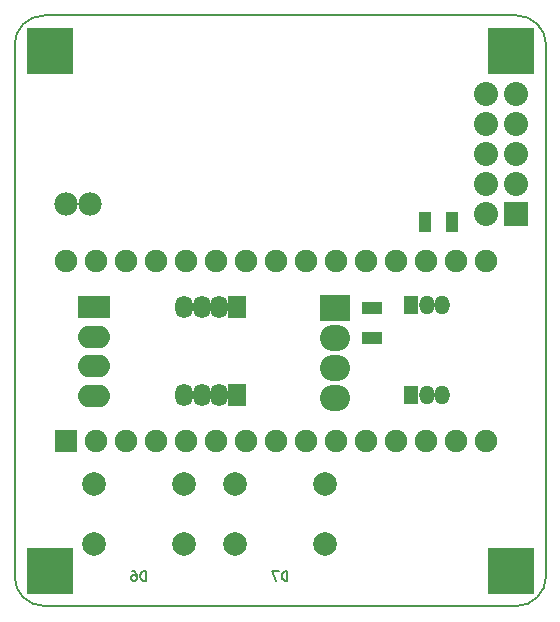
<source format=gbs>
%FSLAX34Y34*%
G04 Gerber Fmt 3.4, Leading zero omitted, Abs format*
G04 (created by PCBNEW (2014-03-19 BZR 4756)-product) date Mon 30 Jun 2014 23:27:21 BST*
%MOIN*%
G01*
G70*
G90*
G04 APERTURE LIST*
%ADD10C,0.005906*%
%ADD11C,0.007900*%
%ADD12C,0.007874*%
%ADD13C,0.075000*%
%ADD14R,0.075000X0.075000*%
%ADD15R,0.100000X0.088000*%
%ADD16O,0.100000X0.088000*%
%ADD17R,0.035700X0.043600*%
%ADD18R,0.080000X0.080000*%
%ADD19C,0.080000*%
%ADD20C,0.078300*%
%ADD21O,0.106614X0.075118*%
%ADD22R,0.106614X0.075118*%
%ADD23O,0.051496X0.063307*%
%ADD24R,0.051496X0.063307*%
%ADD25O,0.059370X0.075118*%
%ADD26R,0.059370X0.075118*%
%ADD27C,0.079055*%
%ADD28R,0.153900X0.153900*%
%ADD29R,0.043600X0.035700*%
G04 APERTURE END LIST*
G54D10*
G54D11*
X66712Y-41712D02*
G75*
G03X67696Y-42696I984J0D01*
G74*
G01*
X83444Y-42696D02*
G75*
G03X84429Y-41712I0J984D01*
G74*
G01*
X84429Y-23996D02*
G75*
G03X83444Y-23011I-984J0D01*
G74*
G01*
X67696Y-23011D02*
G75*
G03X66712Y-23996I0J-984D01*
G74*
G01*
X66712Y-41712D02*
X66712Y-23996D01*
X83444Y-42696D02*
X67696Y-42696D01*
X83444Y-23011D02*
X67696Y-23011D01*
X84429Y-41712D02*
X84429Y-23996D01*
G54D12*
X71078Y-41855D02*
X71078Y-41540D01*
X71003Y-41540D01*
X70958Y-41555D01*
X70928Y-41585D01*
X70913Y-41615D01*
X70898Y-41675D01*
X70898Y-41720D01*
X70913Y-41780D01*
X70928Y-41810D01*
X70958Y-41840D01*
X71003Y-41855D01*
X71078Y-41855D01*
X70628Y-41540D02*
X70688Y-41540D01*
X70718Y-41555D01*
X70733Y-41570D01*
X70763Y-41615D01*
X70778Y-41675D01*
X70778Y-41795D01*
X70763Y-41825D01*
X70748Y-41840D01*
X70718Y-41855D01*
X70658Y-41855D01*
X70628Y-41840D01*
X70613Y-41825D01*
X70598Y-41795D01*
X70598Y-41720D01*
X70613Y-41690D01*
X70628Y-41675D01*
X70658Y-41660D01*
X70718Y-41660D01*
X70748Y-41675D01*
X70763Y-41690D01*
X70778Y-41720D01*
X75803Y-41855D02*
X75803Y-41540D01*
X75728Y-41540D01*
X75683Y-41555D01*
X75653Y-41585D01*
X75638Y-41615D01*
X75623Y-41675D01*
X75623Y-41720D01*
X75638Y-41780D01*
X75653Y-41810D01*
X75683Y-41840D01*
X75728Y-41855D01*
X75803Y-41855D01*
X75518Y-41540D02*
X75308Y-41540D01*
X75443Y-41855D01*
G54D13*
X82421Y-31200D03*
X81421Y-37201D03*
X80421Y-37201D03*
X79421Y-37201D03*
X78421Y-37201D03*
X77421Y-37201D03*
X76421Y-37201D03*
X75421Y-37201D03*
X74421Y-37201D03*
X73421Y-37201D03*
X72421Y-37201D03*
X71421Y-37201D03*
X70421Y-37201D03*
X69421Y-37201D03*
G54D14*
X68421Y-37201D03*
G54D13*
X68421Y-31200D03*
X69421Y-31200D03*
X70421Y-31200D03*
X71421Y-31200D03*
X72421Y-31200D03*
X73421Y-31200D03*
X74421Y-31200D03*
X75421Y-31200D03*
X76421Y-31200D03*
X77421Y-31200D03*
X78421Y-31200D03*
X79421Y-31200D03*
X80421Y-31200D03*
X81421Y-31200D03*
X82421Y-37201D03*
G54D15*
X77381Y-32751D03*
G54D16*
X77381Y-33751D03*
X77381Y-34751D03*
X77381Y-35751D03*
G54D17*
X78799Y-33759D03*
X78445Y-33759D03*
X78799Y-32755D03*
X78445Y-32755D03*
G54D18*
X83433Y-29618D03*
G54D19*
X82433Y-29618D03*
X83433Y-28618D03*
X82433Y-28618D03*
X83433Y-27618D03*
X82433Y-27618D03*
X83433Y-26618D03*
X82433Y-26618D03*
X83433Y-25618D03*
X82433Y-25618D03*
G54D20*
X68444Y-29311D03*
X69232Y-29311D03*
G54D21*
X69370Y-33720D03*
X69370Y-34704D03*
G54D22*
X69370Y-32736D03*
G54D21*
X69370Y-35688D03*
G54D23*
X80452Y-35649D03*
X80964Y-35649D03*
G54D24*
X79940Y-35649D03*
G54D23*
X80452Y-32657D03*
X80964Y-32657D03*
G54D24*
X79940Y-32657D03*
G54D25*
X73543Y-35649D03*
X72953Y-35649D03*
G54D26*
X74134Y-35649D03*
G54D25*
X72362Y-35649D03*
X73543Y-32736D03*
X72953Y-32736D03*
G54D26*
X74134Y-32736D03*
G54D25*
X72362Y-32736D03*
G54D27*
X72346Y-38625D03*
X72346Y-40625D03*
X69346Y-38625D03*
X69346Y-40625D03*
X77070Y-38625D03*
X77070Y-40625D03*
X74070Y-38625D03*
X74070Y-40625D03*
G54D28*
X67893Y-24192D03*
X83248Y-24192D03*
X83248Y-41515D03*
X67893Y-41515D03*
G54D29*
X80393Y-30078D03*
X80393Y-29724D03*
X81279Y-30078D03*
X81279Y-29724D03*
M02*

</source>
